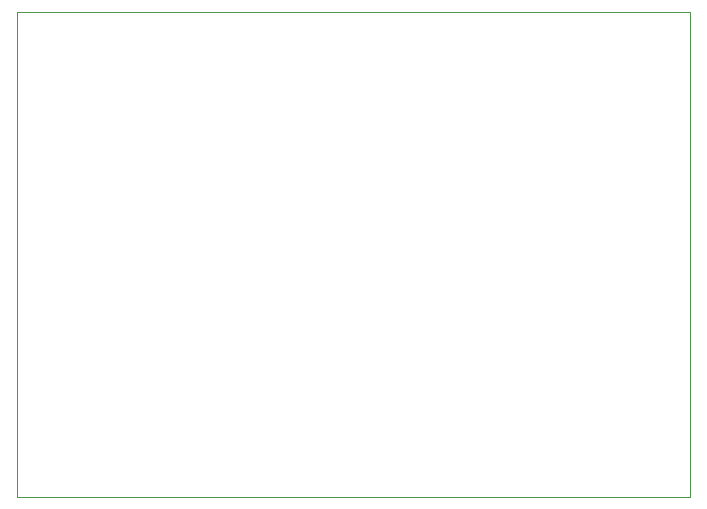
<source format=gbr>
%TF.GenerationSoftware,KiCad,Pcbnew,9.0.2*%
%TF.CreationDate,2025-06-28T10:42:52+02:00*%
%TF.ProjectId,canbox2,63616e62-6f78-4322-9e6b-696361645f70,rev?*%
%TF.SameCoordinates,Original*%
%TF.FileFunction,Profile,NP*%
%FSLAX46Y46*%
G04 Gerber Fmt 4.6, Leading zero omitted, Abs format (unit mm)*
G04 Created by KiCad (PCBNEW 9.0.2) date 2025-06-28 10:42:52*
%MOMM*%
%LPD*%
G01*
G04 APERTURE LIST*
%TA.AperFunction,Profile*%
%ADD10C,0.050000*%
%TD*%
G04 APERTURE END LIST*
D10*
X32100000Y-93600000D02*
X32100000Y-52600000D01*
X89100000Y-52600000D02*
X89100000Y-93600000D01*
X89100000Y-93600000D02*
X32100000Y-93600000D01*
X32100000Y-52600000D02*
X89100000Y-52600000D01*
M02*

</source>
